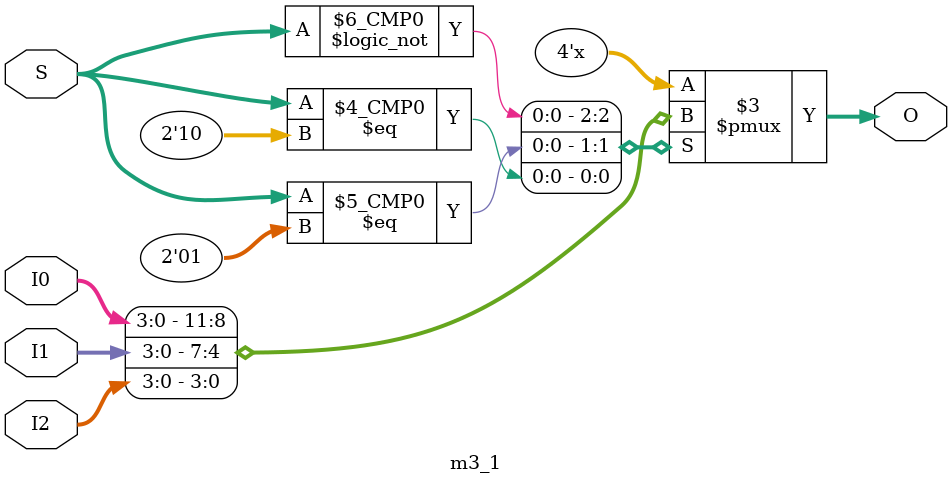
<source format=v>
`timescale 1ns / 1ps
module m3_1(
    input [3:0] I0,
    input [3:0] I1,
    input [3:0] I2,
    input [1:0] S,
    output reg [3:0] O
    );
	
	always @ (*)
		begin
		
			case(S)
			
				0:
					O = I0;
				1:
					O = I1;
				2:
					O = I2;
				default:
					$display("ERROR! m3_1 SET VALUE OUT OF RANGE!");
				
			endcase
			
		end


endmodule

</source>
